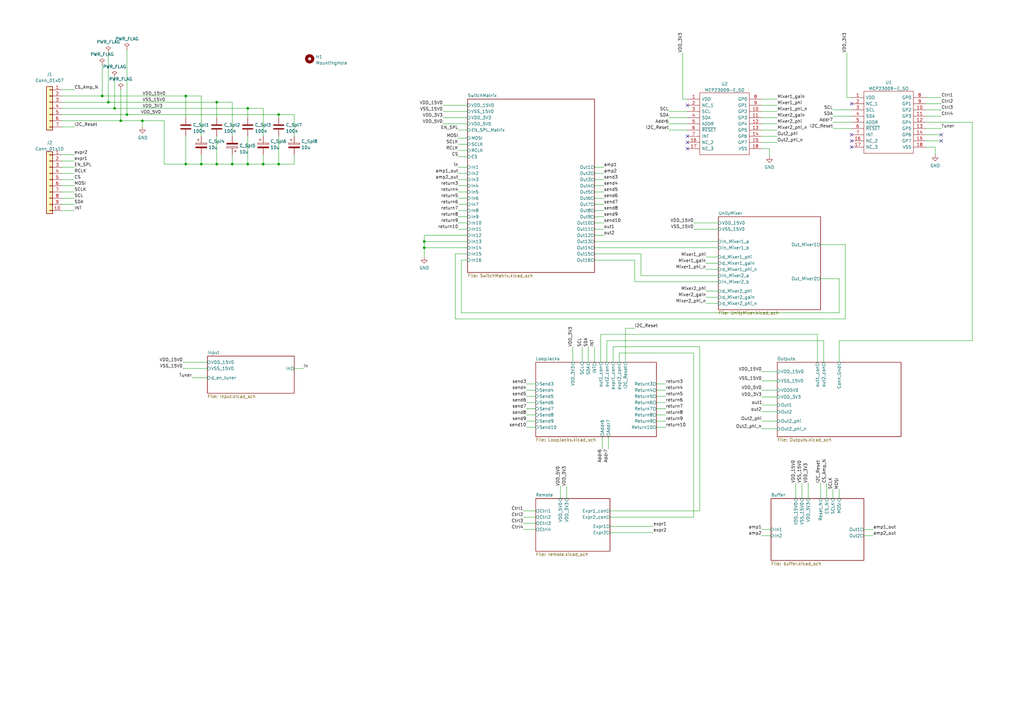
<source format=kicad_sch>
(kicad_sch (version 20211123) (generator eeschema)
  (paper "A3")
  (lib_symbols
    (symbol "Connector_Generic:Conn_01x07" (pin_names (offset 1.016) hide)
      (property "Reference" "J" (at 0 10.16 0))
      (property "Value" "Conn_01x07" (at 0 -10.16 0))
      (symbol "Conn_01x07_1_1"
        (rectangle (start -1.27 -7.493) (end 0 -7.747) (stroke (width 0.1524)))
        (rectangle (start -1.27 -4.953) (end 0 -5.207) (stroke (width 0.1524)))
        (rectangle (start -1.27 -2.413) (end 0 -2.667) (stroke (width 0.1524)))
        (rectangle (start -1.27 0.127) (end 0 -0.127) (stroke (width 0.1524)))
        (rectangle (start -1.27 2.667) (end 0 2.413) (stroke (width 0.1524)))
        (rectangle (start -1.27 5.207) (end 0 4.953) (stroke (width 0.1524)))
        (rectangle (start -1.27 7.747) (end 0 7.493) (stroke (width 0.1524)))
        (rectangle (start -1.27 8.89) (end 1.27 -8.89) (stroke (width 0.254)) (fill (type background)))
        (pin passive line (at -5.08 7.62 0) (length 3.81) (name "Pin_1") (number "1"))
        (pin passive line (at -5.08 5.08 0) (length 3.81) (name "Pin_2") (number "2"))
        (pin passive line (at -5.08 2.54 0) (length 3.81) (name "Pin_3") (number "3"))
        (pin passive line (at -5.08 0 0) (length 3.81) (name "Pin_4") (number "4"))
        (pin passive line (at -5.08 -2.54 0) (length 3.81) (name "Pin_5") (number "5"))
        (pin passive line (at -5.08 -5.08 0) (length 3.81) (name "Pin_6") (number "6"))
        (pin passive line (at -5.08 -7.62 0) (length 3.81) (name "Pin_7") (number "7"))
      )
    )
    (symbol "Connector_Generic:Conn_01x10" (pin_names (offset 1.016) hide)
      (property "Reference" "J" (at 0 12.7 0))
      (property "Value" "Conn_01x10" (at 0 -15.24 0))
      (symbol "Conn_01x10_1_1"
        (rectangle (start -1.27 -12.573) (end 0 -12.827) (stroke (width 0.1524)))
        (rectangle (start -1.27 -10.033) (end 0 -10.287) (stroke (width 0.1524)))
        (rectangle (start -1.27 -7.493) (end 0 -7.747) (stroke (width 0.1524)))
        (rectangle (start -1.27 -4.953) (end 0 -5.207) (stroke (width 0.1524)))
        (rectangle (start -1.27 -2.413) (end 0 -2.667) (stroke (width 0.1524)))
        (rectangle (start -1.27 0.127) (end 0 -0.127) (stroke (width 0.1524)))
        (rectangle (start -1.27 2.667) (end 0 2.413) (stroke (width 0.1524)))
        (rectangle (start -1.27 5.207) (end 0 4.953) (stroke (width 0.1524)))
        (rectangle (start -1.27 7.747) (end 0 7.493) (stroke (width 0.1524)))
        (rectangle (start -1.27 10.287) (end 0 10.033) (stroke (width 0.1524)))
        (rectangle (start -1.27 11.43) (end 1.27 -13.97) (stroke (width 0.254)) (fill (type background)))
        (pin passive line (at -5.08 10.16 0) (length 3.81) (name "Pin_1") (number "1"))
        (pin passive line (at -5.08 -12.7 0) (length 3.81) (name "Pin_10") (number "10"))
        (pin passive line (at -5.08 7.62 0) (length 3.81) (name "Pin_2") (number "2"))
        (pin passive line (at -5.08 5.08 0) (length 3.81) (name "Pin_3") (number "3"))
        (pin passive line (at -5.08 2.54 0) (length 3.81) (name "Pin_4") (number "4"))
        (pin passive line (at -5.08 0 0) (length 3.81) (name "Pin_5") (number "5"))
        (pin passive line (at -5.08 -2.54 0) (length 3.81) (name "Pin_6") (number "6"))
        (pin passive line (at -5.08 -5.08 0) (length 3.81) (name "Pin_7") (number "7"))
        (pin passive line (at -5.08 -7.62 0) (length 3.81) (name "Pin_8") (number "8"))
        (pin passive line (at -5.08 -10.16 0) (length 3.81) (name "Pin_9") (number "9"))
      )
    )
    (symbol "Device:C" (pin_numbers hide) (pin_names (offset 0.254))
      (property "Reference" "C" (at 0.635 2.54 0))
      (property "Value" "C" (at 0.635 -2.54 0))
      (symbol "C_0_1"
        (polyline (pts (xy -2.032 -0.762) (xy 2.032 -0.762)) (stroke (width 0.508)))
        (polyline (pts (xy -2.032 0.762) (xy 2.032 0.762)) (stroke (width 0.508)))
      )
      (symbol "C_1_1"
        (pin passive line (at 0 3.81 270) (length 2.794) (name "~") (number "1"))
        (pin passive line (at 0 -3.81 90) (length 2.794) (name "~") (number "2"))
      )
    )
    (symbol "Device:C_Polarized" (pin_numbers hide) (pin_names (offset 0.254))
      (property "Reference" "C" (at 0.635 2.54 0))
      (property "Value" "C_Polarized" (at 0.635 -2.54 0))
      (symbol "C_Polarized_0_1"
        (rectangle (start -2.286 0.508) (end 2.286 1.016))
        (polyline (pts (xy -1.778 2.286) (xy -0.762 2.286)))
        (polyline (pts (xy -1.27 2.794) (xy -1.27 1.778)))
        (rectangle (start 2.286 -0.508) (end -2.286 -1.016) (fill (type outline)))
      )
      (symbol "C_Polarized_1_1"
        (pin passive line (at 0 3.81 270) (length 2.794) (name "~") (number "1"))
        (pin passive line (at 0 -3.81 90) (length 2.794) (name "~") (number "2"))
      )
    )
    (symbol "Mechanical:MountingHole" (pin_names (offset 1.016))
      (property "Reference" "H" (at 0 5.08 0))
      (property "Value" "MountingHole" (at 0 3.175 0))
      (symbol "MountingHole_0_1"
        (circle (center 0 0) (radius 1.27) (stroke (width 1.27)))
      )
    )
    (symbol "SamacSys_Parts:MCP23009-E_SO" (pin_names (offset 0.762))
      (property "Reference" "IC" (at 26.67 7.62 0))
      (property "Value" "MCP23009-E_SO" (at 26.67 5.08 0))
      (symbol "MCP23009-E_SO_0_0"
        (pin passive line (at 0 0 0) (length 5.08) (name "VDD") (number "1"))
        (pin passive line (at 30.48 -5.08 180) (length 5.08) (name "GP2") (number "10"))
        (pin passive line (at 30.48 -7.62 180) (length 5.08) (name "GP3") (number "11"))
        (pin passive line (at 30.48 -10.16 180) (length 5.08) (name "GP4") (number "12"))
        (pin passive line (at 30.48 -12.7 180) (length 5.08) (name "GP5") (number "13"))
        (pin passive line (at 30.48 -15.24 180) (length 5.08) (name "GP6") (number "14"))
        (pin passive line (at 30.48 -17.78 180) (length 5.08) (name "GP7") (number "15"))
        (pin passive line (at 0 -17.78 0) (length 5.08) (name "NC_2") (number "16"))
        (pin passive line (at 0 -20.32 0) (length 5.08) (name "NC_3") (number "17"))
        (pin passive line (at 30.48 -20.32 180) (length 5.08) (name "VSS") (number "18"))
        (pin passive line (at 0 -2.54 0) (length 5.08) (name "NC_1") (number "2"))
        (pin passive line (at 0 -5.08 0) (length 5.08) (name "SCL") (number "3"))
        (pin passive line (at 0 -7.62 0) (length 5.08) (name "SDA") (number "4"))
        (pin passive line (at 0 -10.16 0) (length 5.08) (name "ADDR") (number "5"))
        (pin passive line (at 0 -12.7 0) (length 5.08) (name "~{RESET}") (number "6"))
        (pin passive line (at 0 -15.24 0) (length 5.08) (name "INT") (number "7"))
        (pin passive line (at 30.48 0 180) (length 5.08) (name "GP0") (number "8"))
        (pin passive line (at 30.48 -2.54 180) (length 5.08) (name "GP1") (number "9"))
      )
      (symbol "MCP23009-E_SO_0_1"
        (polyline (pts (xy 5.08 2.54) (xy 25.4 2.54) (xy 25.4 -22.86) (xy 5.08 -22.86) (xy 5.08 2.54)) (stroke (width 0.1524)))
      )
    )
    (symbol "power:GND" (power) (pin_names (offset 0))
      (property "Value" "GND" (at 0 -3.81 0))
      (symbol "GND_0_1"
        (polyline (pts (xy 0 0) (xy 0 -1.27) (xy 1.27 -1.27) (xy 0 -2.54) (xy -1.27 -1.27) (xy 0 -1.27)))
      )
      (symbol "GND_1_1"
        (pin power_in line (at 0 0 270) (length 0) hide (name "GND") (number "1"))
      )
    )
    (symbol "power:PWR_FLAG" (power) (pin_numbers hide) (pin_names (offset 0) hide)
      (property "Value" "PWR_FLAG" (at 0 3.81 0))
      (symbol "PWR_FLAG_0_0"
        (pin power_out line (at 0 0 90) (length 0) (name "pwr") (number "1"))
      )
      (symbol "PWR_FLAG_0_1"
        (polyline (pts (xy 0 0) (xy 0 1.27) (xy -1.016 1.905) (xy 0 2.54) (xy 1.016 1.905) (xy 0 1.27)))
      )
    )
  )
  (junction (at 76.2 67.31))
  (junction (at 101.6 44.45))
  (junction (at 173.99 99.06))
  (junction (at 114.3 46.99))
  (junction (at 107.95 67.31))
  (junction (at 41.91 39.37))
  (junction (at 88.9 67.31))
  (junction (at 58.42 49.53))
  (junction (at 46.99 44.45))
  (junction (at 76.2 39.37))
  (junction (at 101.6 67.31))
  (junction (at 173.99 101.6))
  (junction (at 95.25 67.31))
  (junction (at 52.07 46.99))
  (junction (at 114.3 67.31))
  (junction (at 44.45 41.91))
  (junction (at 49.53 49.53))
  (junction (at 82.55 67.31))
  (junction (at 88.9 41.91))
  (no_connect (at 281.94 58.42))
  (no_connect (at 281.94 60.96))
  (no_connect (at 281.94 55.88))
  (no_connect (at 386.08 55.245))
  (no_connect (at 386.08 57.785))
  (no_connect (at 349.25 57.785))
  (no_connect (at 349.25 55.245))
  (no_connect (at 349.25 60.325))
  (no_connect (at 281.94 43.18))
  (no_connect (at 349.25 42.545))
  (wire (pts (xy 214.63 209.55) (xy 219.71 209.55)))
  (wire (pts (xy 25.4 73.66) (xy 30.48 73.66)))
  (wire (pts (xy 289.56 124.46) (xy 294.64 124.46)))
  (wire (pts (xy 312.42 60.96) (xy 315.595 60.96)))
  (wire (pts (xy 243.84 91.44) (xy 247.65 91.44)))
  (wire (pts (xy 25.4 66.04) (xy 30.48 66.04)))
  (wire (pts (xy 124.46 151.13) (xy 120.65 151.13)))
  (wire (pts (xy 243.84 93.98) (xy 247.65 93.98)))
  (wire (pts (xy 95.25 63.5) (xy 95.25 67.31)))
  (wire (pts (xy 214.63 212.09) (xy 219.71 212.09)))
  (wire (pts (xy 191.77 45.72) (xy 181.61 45.72)))
  (wire (pts (xy 107.95 67.31) (xy 114.3 67.31)))
  (wire (pts (xy 219.71 167.64) (xy 215.9 167.64)))
  (wire (pts (xy 344.17 128.27) (xy 189.23 128.27)))
  (wire (pts (xy 101.6 44.45) (xy 107.95 44.45)))
  (wire (pts (xy 85.09 154.94) (xy 78.74 154.94)))
  (wire (pts (xy 52.07 20.32) (xy 52.07 46.99)))
  (wire (pts (xy 243.84 81.28) (xy 247.65 81.28)))
  (wire (pts (xy 250.19 212.09) (xy 284.48 212.09)))
  (wire (pts (xy 273.05 165.1) (xy 269.24 165.1)))
  (wire (pts (xy 82.55 39.37) (xy 82.55 55.88)))
  (wire (pts (xy 243.84 96.52) (xy 247.65 96.52)))
  (wire (pts (xy 243.84 83.82) (xy 247.65 83.82)))
  (wire (pts (xy 25.4 68.58) (xy 30.48 68.58)))
  (wire (pts (xy 95.25 67.31) (xy 101.6 67.31)))
  (wire (pts (xy 318.77 58.42) (xy 312.42 58.42)))
  (wire (pts (xy 254 148.59) (xy 254 144.78)))
  (wire (pts (xy 191.77 56.642) (xy 187.96 56.642)))
  (wire (pts (xy 25.4 46.99) (xy 52.07 46.99)))
  (wire (pts (xy 219.71 172.72) (xy 215.9 172.72)))
  (wire (pts (xy 273.05 175.26) (xy 269.24 175.26)))
  (wire (pts (xy 273.05 162.56) (xy 269.24 162.56)))
  (wire (pts (xy 114.3 46.99) (xy 114.3 48.26)))
  (wire (pts (xy 238.76 142.24) (xy 238.76 148.59)))
  (wire (pts (xy 379.73 42.545) (xy 386.08 42.545)))
  (wire (pts (xy 67.31 49.53) (xy 67.31 67.31)))
  (wire (pts (xy 191.77 53.34) (xy 187.96 53.34)))
  (wire (pts (xy 187.96 73.66) (xy 191.77 73.66)))
  (wire (pts (xy 173.99 99.06) (xy 191.77 99.06)))
  (wire (pts (xy 191.77 61.722) (xy 187.96 61.722)))
  (wire (pts (xy 251.46 148.59) (xy 251.46 142.24)))
  (wire (pts (xy 273.05 172.72) (xy 269.24 172.72)))
  (wire (pts (xy 243.84 68.58) (xy 247.65 68.58)))
  (wire (pts (xy 25.4 49.53) (xy 49.53 49.53)))
  (wire (pts (xy 52.07 46.99) (xy 114.3 46.99)))
  (wire (pts (xy 294.64 93.98) (xy 284.48 93.98)))
  (wire (pts (xy 243.84 88.9) (xy 247.65 88.9)))
  (wire (pts (xy 246.38 148.59) (xy 246.38 137.16)))
  (wire (pts (xy 46.99 44.45) (xy 101.6 44.45)))
  (wire (pts (xy 383.54 60.325) (xy 383.54 63.5)))
  (wire (pts (xy 262.89 113.03) (xy 294.64 113.03)))
  (wire (pts (xy 241.3 142.24) (xy 241.3 148.59)))
  (wire (pts (xy 191.77 43.18) (xy 181.61 43.18)))
  (wire (pts (xy 187.96 88.9) (xy 191.77 88.9)))
  (wire (pts (xy 191.77 96.52) (xy 173.99 96.52)))
  (wire (pts (xy 344.17 139.7) (xy 398.78 139.7)))
  (wire (pts (xy 219.71 170.18) (xy 215.9 170.18)))
  (wire (pts (xy 248.92 139.7) (xy 248.92 148.59)))
  (wire (pts (xy 336.55 114.3) (xy 344.17 114.3)))
  (wire (pts (xy 249.555 179.07) (xy 249.555 184.15)))
  (wire (pts (xy 312.42 162.814) (xy 318.77 162.814)))
  (wire (pts (xy 273.05 157.48) (xy 269.24 157.48)))
  (wire (pts (xy 107.95 67.31) (xy 107.95 63.5)))
  (wire (pts (xy 243.84 106.68) (xy 260.35 106.68)))
  (wire (pts (xy 262.89 104.14) (xy 262.89 113.03)))
  (wire (pts (xy 187.96 83.82) (xy 191.77 83.82)))
  (wire (pts (xy 214.63 214.63) (xy 219.71 214.63)))
  (wire (pts (xy 114.3 67.31) (xy 120.65 67.31)))
  (wire (pts (xy 173.99 101.6) (xy 173.99 99.06)))
  (wire (pts (xy 379.73 45.085) (xy 386.08 45.085)))
  (wire (pts (xy 114.3 46.99) (xy 120.65 46.99)))
  (wire (pts (xy 173.99 105.41) (xy 173.99 101.6)))
  (wire (pts (xy 191.77 59.182) (xy 187.96 59.182)))
  (wire (pts (xy 88.9 55.88) (xy 88.9 67.31)))
  (wire (pts (xy 49.53 49.53) (xy 58.42 49.53)))
  (wire (pts (xy 379.73 47.625) (xy 386.08 47.625)))
  (wire (pts (xy 274.32 48.26) (xy 281.94 48.26)))
  (wire (pts (xy 187.96 93.98) (xy 191.77 93.98)))
  (wire (pts (xy 328.93 198.12) (xy 328.93 204.47)))
  (wire (pts (xy 82.55 63.5) (xy 82.55 67.31)))
  (wire (pts (xy 294.64 91.44) (xy 284.48 91.44)))
  (wire (pts (xy 191.77 50.8) (xy 181.61 50.8)))
  (wire (pts (xy 25.4 76.2) (xy 30.48 76.2)))
  (wire (pts (xy 243.84 99.06) (xy 294.64 99.06)))
  (wire (pts (xy 101.6 67.31) (xy 107.95 67.31)))
  (wire (pts (xy 256.54 148.59) (xy 256.54 134.62)))
  (wire (pts (xy 187.96 71.12) (xy 191.77 71.12)))
  (wire (pts (xy 243.84 142.24) (xy 243.84 148.59)))
  (wire (pts (xy 191.77 64.262) (xy 187.96 64.262)))
  (wire (pts (xy 312.42 172.72) (xy 318.77 172.72)))
  (wire (pts (xy 379.73 55.245) (xy 386.08 55.245)))
  (wire (pts (xy 315.595 60.96) (xy 315.595 64.135)))
  (wire (pts (xy 187.96 76.2) (xy 191.77 76.2)))
  (wire (pts (xy 312.42 175.895) (xy 318.77 175.895)))
  (wire (pts (xy 349.25 40.005) (xy 347.345 40.005)))
  (wire (pts (xy 273.05 160.02) (xy 269.24 160.02)))
  (wire (pts (xy 219.71 175.26) (xy 215.9 175.26)))
  (wire (pts (xy 88.9 41.91) (xy 88.9 48.26)))
  (wire (pts (xy 219.71 157.48) (xy 215.9 157.48)))
  (wire (pts (xy 287.02 142.24) (xy 287.02 209.55)))
  (wire (pts (xy 25.4 83.82) (xy 30.48 83.82)))
  (wire (pts (xy 76.2 67.31) (xy 82.55 67.31)))
  (wire (pts (xy 346.71 130.81) (xy 186.69 130.81)))
  (wire (pts (xy 58.42 49.53) (xy 58.42 52.07)))
  (wire (pts (xy 25.4 81.28) (xy 30.48 81.28)))
  (wire (pts (xy 337.82 139.7) (xy 248.92 139.7)))
  (wire (pts (xy 246.38 137.16) (xy 335.28 137.16)))
  (wire (pts (xy 232.41 199.39) (xy 232.41 204.47)))
  (wire (pts (xy 88.9 41.91) (xy 95.25 41.91)))
  (wire (pts (xy 336.55 198.12) (xy 336.55 204.47)))
  (wire (pts (xy 318.77 45.72) (xy 312.42 45.72)))
  (wire (pts (xy 339.09 204.47) (xy 339.09 198.12)))
  (wire (pts (xy 25.4 78.74) (xy 30.48 78.74)))
  (wire (pts (xy 379.73 52.705) (xy 386.08 52.705)))
  (wire (pts (xy 312.42 40.64) (xy 318.77 40.64)))
  (wire (pts (xy 280.035 21.59) (xy 280.035 40.64)))
  (wire (pts (xy 107.95 44.45) (xy 107.95 55.88)))
  (wire (pts (xy 25.4 41.91) (xy 44.45 41.91)))
  (wire (pts (xy 358.14 219.71) (xy 354.33 219.71)))
  (wire (pts (xy 312.42 152.4) (xy 318.77 152.4)))
  (wire (pts (xy 76.2 55.88) (xy 76.2 67.31)))
  (wire (pts (xy 229.87 199.39) (xy 229.87 204.47)))
  (wire (pts (xy 120.65 67.31) (xy 120.65 63.5)))
  (wire (pts (xy 316.23 217.17) (xy 312.42 217.17)))
  (wire (pts (xy 347.345 21.59) (xy 347.345 40.005)))
  (wire (pts (xy 260.35 106.68) (xy 260.35 115.57)))
  (wire (pts (xy 341.63 47.625) (xy 349.25 47.625)))
  (wire (pts (xy 76.2 39.37) (xy 76.2 48.26)))
  (wire (pts (xy 82.55 67.31) (xy 88.9 67.31)))
  (wire (pts (xy 260.35 115.57) (xy 294.64 115.57)))
  (wire (pts (xy 101.6 55.88) (xy 101.6 67.31)))
  (wire (pts (xy 243.84 104.14) (xy 262.89 104.14)))
  (wire (pts (xy 336.55 100.33) (xy 346.71 100.33)))
  (wire (pts (xy 25.4 63.5) (xy 30.48 63.5)))
  (wire (pts (xy 219.71 160.02) (xy 215.9 160.02)))
  (wire (pts (xy 289.56 121.92) (xy 294.64 121.92)))
  (wire (pts (xy 187.96 86.36) (xy 191.77 86.36)))
  (wire (pts (xy 101.6 44.45) (xy 101.6 48.26)))
  (wire (pts (xy 289.56 119.38) (xy 294.64 119.38)))
  (wire (pts (xy 326.39 198.12) (xy 326.39 204.47)))
  (wire (pts (xy 273.05 170.18) (xy 269.24 170.18)))
  (wire (pts (xy 41.91 39.37) (xy 76.2 39.37)))
  (wire (pts (xy 114.3 55.88) (xy 114.3 67.31)))
  (wire (pts (xy 243.84 76.2) (xy 247.65 76.2)))
  (wire (pts (xy 344.17 204.47) (xy 344.17 200.66)))
  (wire (pts (xy 25.4 39.37) (xy 41.91 39.37)))
  (wire (pts (xy 250.19 218.44) (xy 267.97 218.44)))
  (wire (pts (xy 379.73 50.165) (xy 398.78 50.165)))
  (wire (pts (xy 344.17 114.3) (xy 344.17 128.27)))
  (wire (pts (xy 44.45 41.91) (xy 88.9 41.91)))
  (wire (pts (xy 173.99 96.52) (xy 173.99 99.06)))
  (wire (pts (xy 247.015 179.07) (xy 247.015 184.15)))
  (wire (pts (xy 219.71 162.56) (xy 215.9 162.56)))
  (wire (pts (xy 273.05 167.64) (xy 269.24 167.64)))
  (wire (pts (xy 85.09 151.13) (xy 74.93 151.13)))
  (wire (pts (xy 312.42 50.8) (xy 318.77 50.8)))
  (wire (pts (xy 219.71 165.1) (xy 215.9 165.1)))
  (wire (pts (xy 44.45 21.59) (xy 44.45 41.91)))
  (wire (pts (xy 187.96 81.28) (xy 191.77 81.28)))
  (wire (pts (xy 25.4 71.12) (xy 30.48 71.12)))
  (wire (pts (xy 289.56 107.95) (xy 294.64 107.95)))
  (wire (pts (xy 341.63 52.705) (xy 349.25 52.705)))
  (wire (pts (xy 187.96 91.44) (xy 191.77 91.44)))
  (wire (pts (xy 312.42 156.21) (xy 318.77 156.21)))
  (wire (pts (xy 76.2 39.37) (xy 82.55 39.37)))
  (wire (pts (xy 274.32 50.8) (xy 281.94 50.8)))
  (wire (pts (xy 256.54 134.62) (xy 260.35 134.62)))
  (wire (pts (xy 186.69 130.81) (xy 186.69 104.14)))
  (wire (pts (xy 274.32 45.72) (xy 281.94 45.72)))
  (wire (pts (xy 25.4 36.83) (xy 30.48 36.83)))
  (wire (pts (xy 187.96 68.58) (xy 191.77 68.58)))
  (wire (pts (xy 41.91 26.67) (xy 41.91 39.37)))
  (wire (pts (xy 358.14 217.17) (xy 354.33 217.17)))
  (wire (pts (xy 250.19 209.55) (xy 287.02 209.55)))
  (wire (pts (xy 189.23 128.27) (xy 189.23 106.68)))
  (wire (pts (xy 49.53 36.83) (xy 49.53 49.53)))
  (wire (pts (xy 289.56 110.49) (xy 294.64 110.49)))
  (wire (pts (xy 341.63 204.47) (xy 341.63 200.66)))
  (wire (pts (xy 243.84 101.6) (xy 294.64 101.6)))
  (wire (pts (xy 243.84 86.36) (xy 247.65 86.36)))
  (wire (pts (xy 191.77 48.26) (xy 181.61 48.26)))
  (wire (pts (xy 331.47 198.12) (xy 331.47 204.47)))
  (wire (pts (xy 186.69 104.14) (xy 191.77 104.14)))
  (wire (pts (xy 173.99 101.6) (xy 191.77 101.6)))
  (wire (pts (xy 243.84 73.66) (xy 247.65 73.66)))
  (wire (pts (xy 214.63 217.17) (xy 219.71 217.17)))
  (wire (pts (xy 312.42 55.88) (xy 318.77 55.88)))
  (wire (pts (xy 25.4 44.45) (xy 46.99 44.45)))
  (wire (pts (xy 312.42 48.26) (xy 318.77 48.26)))
  (wire (pts (xy 46.99 31.75) (xy 46.99 44.45)))
  (wire (pts (xy 312.674 166.116) (xy 318.77 166.116)))
  (wire (pts (xy 274.32 53.34) (xy 281.94 53.34)))
  (wire (pts (xy 318.77 53.34) (xy 312.42 53.34)))
  (wire (pts (xy 25.4 52.07) (xy 30.48 52.07)))
  (wire (pts (xy 95.25 41.91) (xy 95.25 55.88)))
  (wire (pts (xy 254 144.78) (xy 284.48 144.78)))
  (wire (pts (xy 88.9 67.31) (xy 95.25 67.31)))
  (wire (pts (xy 341.63 45.085) (xy 349.25 45.085)))
  (wire (pts (xy 284.48 144.78) (xy 284.48 212.09)))
  (wire (pts (xy 243.84 78.74) (xy 247.65 78.74)))
  (wire (pts (xy 251.46 142.24) (xy 287.02 142.24)))
  (wire (pts (xy 58.42 49.53) (xy 67.31 49.53)))
  (wire (pts (xy 337.82 148.59) (xy 337.82 139.7)))
  (wire (pts (xy 379.73 40.005) (xy 386.08 40.005)))
  (wire (pts (xy 346.71 100.33) (xy 346.71 130.81)))
  (wire (pts (xy 187.96 78.74) (xy 191.77 78.74)))
  (wire (pts (xy 120.65 46.99) (xy 120.65 55.88)))
  (wire (pts (xy 234.95 142.24) (xy 234.95 148.59)))
  (wire (pts (xy 316.23 219.71) (xy 312.42 219.71)))
  (wire (pts (xy 67.31 67.31) (xy 76.2 67.31)))
  (wire (pts (xy 189.23 106.68) (xy 191.77 106.68)))
  (wire (pts (xy 250.19 215.9) (xy 267.97 215.9)))
  (wire (pts (xy 85.09 148.59) (xy 74.93 148.59)))
  (wire (pts (xy 289.56 105.41) (xy 294.64 105.41)))
  (wire (pts (xy 312.42 160.02) (xy 318.77 160.02)))
  (wire (pts (xy 335.28 137.16) (xy 335.28 148.59)))
  (wire (pts (xy 341.63 50.165) (xy 349.25 50.165)))
  (wire (pts (xy 379.73 57.785) (xy 386.08 57.785)))
  (wire (pts (xy 379.73 60.325) (xy 383.54 60.325)))
  (wire (pts (xy 243.84 71.12) (xy 247.65 71.12)))
  (wire (pts (xy 312.42 43.18) (xy 318.77 43.18)))
  (wire (pts (xy 312.42 168.91) (xy 318.77 168.91)))
  (wire (pts (xy 25.4 86.36) (xy 30.48 86.36)))
  (wire (pts (xy 398.78 50.165) (xy 398.78 139.7)))
  (wire (pts (xy 344.17 148.59) (xy 344.17 139.7)))
  (wire (pts (xy 280.035 40.64) (xy 281.94 40.64)))
  (label "INT" (at 30.48 86.36 0))
  (label "return5" (at 187.96 81.28 180))
  (label "return5" (at 273.05 162.56 0))
  (label "Mixer2_phi" (at 318.77 50.8 0))
  (label "send8" (at 215.9 170.18 180))
  (label "expr1" (at 267.97 215.9 0))
  (label "SCLK" (at 187.96 59.182 180))
  (label "Mixer1_gain" (at 318.77 40.64 0))
  (label "send9" (at 247.65 88.9 0))
  (label "Mixer1_gain" (at 289.56 107.95 180))
  (label "EN_SPL" (at 187.96 53.34 180))
  (label "amp1_out" (at 358.14 217.17 0))
  (label "SDA" (at 274.32 48.26 180))
  (label "VSS_15V0" (at 58.42 41.91 0))
  (label "CS_Amp_N" (at 339.09 198.12 90))
  (label "amp2" (at 312.42 219.71 180))
  (label "send6" (at 247.65 81.28 0))
  (label "Out2_phi" (at 318.77 55.88 0))
  (label "VDD_15V0" (at 326.39 198.12 90))
  (label "out2" (at 312.42 168.91 180))
  (label "VDD_15V0" (at 74.93 148.59 180))
  (label "send4" (at 215.9 160.02 180))
  (label "SDA" (at 30.48 83.82 0))
  (label "SDA" (at 241.3 142.24 90))
  (label "Mixer2_phi" (at 289.56 119.38 180))
  (label "send8" (at 247.65 86.36 0))
  (label "CS" (at 30.48 73.66 0))
  (label "Ctrl3" (at 214.63 214.63 180))
  (label "send5" (at 215.9 162.56 180))
  (label "SCL" (at 238.76 142.24 90))
  (label "VDD_3V3" (at 312.42 162.814 180))
  (label "expr1" (at 30.48 66.04 0))
  (label "VSS_15V0" (at 312.42 156.21 180))
  (label "VSS_15V0" (at 328.93 198.12 90))
  (label "VSS_15V0" (at 181.61 45.72 180))
  (label "amp1_out" (at 187.96 71.12 180))
  (label "SCLK" (at 30.48 78.74 0))
  (label "VDD_3V3" (at 280.035 21.59 90))
  (label "Addr7" (at 249.555 184.15 270))
  (label "return10" (at 187.96 93.98 180))
  (label "return4" (at 273.05 160.02 0))
  (label "amp1" (at 247.65 68.58 0))
  (label "CS_Amp_N" (at 30.48 36.83 0))
  (label "VDD_3V3" (at 234.95 142.24 90))
  (label "send3" (at 215.9 157.48 180))
  (label "VDD_5V0" (at 312.42 160.02 180))
  (label "out2" (at 247.65 96.52 0))
  (label "return3" (at 273.05 157.48 0))
  (label "Out2_phi_n" (at 318.77 58.42 0))
  (label "send6" (at 215.9 165.1 180))
  (label "INT" (at 243.84 142.24 90))
  (label "Mixer2_phi_n" (at 289.56 124.46 180))
  (label "Addr7" (at 341.63 50.165 180))
  (label "Tuner" (at 386.08 52.705 0))
  (label "VDD_5V0" (at 229.87 199.39 90))
  (label "Ctrl1" (at 386.08 40.005 0))
  (label "expr2" (at 267.97 218.44 0))
  (label "Tuner" (at 78.74 154.94 180))
  (label "return6" (at 187.96 83.82 180))
  (label "Ctrl3" (at 386.08 45.085 0))
  (label "amp2_out" (at 358.14 219.71 0))
  (label "Mixer2_phi_n" (at 318.77 53.34 0))
  (label "send5" (at 247.65 78.74 0))
  (label "out1" (at 312.674 166.116 180))
  (label "return7" (at 273.05 167.64 0))
  (label "SCLK" (at 341.63 200.66 90))
  (label "VDD_3V3" (at 331.47 198.12 90))
  (label "MOSI" (at 344.17 200.66 90))
  (label "SDA" (at 341.63 47.625 180))
  (label "Mixer2_gain" (at 289.56 121.92 180))
  (label "I2C_Reset" (at 336.55 198.12 90))
  (label "VDD_5V0" (at 181.61 50.8 180))
  (label "out1" (at 247.65 93.98 0))
  (label "RCLK" (at 187.96 61.722 180))
  (label "send7" (at 215.9 167.64 180))
  (label "return10" (at 273.05 175.26 0))
  (label "Mixer1_phi_n" (at 318.77 45.72 0))
  (label "Ctrl4" (at 214.63 217.17 180))
  (label "send7" (at 247.65 83.82 0))
  (label "Mixer1_phi" (at 289.56 105.41 180))
  (label "EN_SPL" (at 30.48 68.58 0))
  (label "VDD_5V0" (at 66.04 46.99 180))
  (label "Mixer2_gain" (at 318.77 48.26 0))
  (label "return7" (at 187.96 86.36 180))
  (label "Ctrl4" (at 386.08 47.625 0))
  (label "send10" (at 247.65 91.44 0))
  (label "Ctrl2" (at 386.08 42.545 0))
  (label "MOSI" (at 30.48 76.2 0))
  (label "VDD_15V0" (at 181.61 43.18 180))
  (label "Mixer1_phi" (at 318.77 43.18 0))
  (label "VDD_15V0" (at 284.48 91.44 180))
  (label "Out2_phi_n" (at 312.42 175.895 180))
  (label "send4" (at 247.65 76.2 0))
  (label "MOSI" (at 187.96 56.642 180))
  (label "return9" (at 273.05 172.72 0))
  (label "VDD_3V3" (at 58.42 44.45 0))
  (label "SCL" (at 30.48 81.28 0))
  (label "VSS_15V0" (at 74.93 151.13 180))
  (label "Ctrl2" (at 214.63 212.09 180))
  (label "in" (at 187.96 68.58 180))
  (label "I2C_Reset" (at 260.35 134.62 0))
  (label "return6" (at 273.05 165.1 0))
  (label "VDD_3V3" (at 347.345 21.59 90))
  (label "Mixer1_phi_n" (at 289.56 110.49 180))
  (label "Addr6" (at 247.015 184.15 270))
  (label "send9" (at 215.9 172.72 180))
  (label "amp2_out" (at 187.96 73.66 180))
  (label "send10" (at 215.9 175.26 180))
  (label "return8" (at 187.96 88.9 180))
  (label "SCL" (at 341.63 45.085 180))
  (label "RCLK" (at 30.48 71.12 0))
  (label "in" (at 124.46 151.13 0))
  (label "Ctrl1" (at 214.63 209.55 180))
  (label "return9" (at 187.96 91.44 180))
  (label "Out2_phi" (at 312.42 172.72 180))
  (label "VDD_3V3" (at 181.61 48.26 180))
  (label "expr2" (at 30.48 63.5 0))
  (label "VDD_15V0" (at 312.42 152.4 180))
  (label "I2C_Reset" (at 341.63 52.705 180))
  (label "Addr6" (at 274.32 50.8 180))
  (label "VDD_15V0" (at 58.42 39.37 0))
  (label "send3" (at 247.65 73.66 0))
  (label "return4" (at 187.96 78.74 180))
  (label "VDD_3V3" (at 232.41 199.39 90))
  (label "I2C_Reset" (at 274.32 53.34 180))
  (label "return8" (at 273.05 170.18 0))
  (label "VSS_15V0" (at 284.48 93.98 180))
  (label "amp2" (at 247.65 71.12 0))
  (label "I2C_Reset" (at 30.48 52.07 0))
  (label "return3" (at 187.96 76.2 180))
  (label "amp1" (at 312.42 217.17 180))
  (label "CS" (at 187.96 64.262 180))
  (label "SCL" (at 274.32 45.72 180))
  (symbol (lib_id "power:GND") (at 58.42 52.07 0) (unit 1)
    (property "Reference" "#PWR0125" (effects hide))
    (property "Value" "GND" (at 58.547 56.4642 0))
  )
  (symbol (lib_id "power:PWR_FLAG") (at 41.91 26.67 0) (unit 1)
    (property "Reference" "#FLG0101" (effects hide))
    (property "Value" "PWR_FLAG" (at 41.91 22.2758 0))
  )
  (symbol (lib_id "power:PWR_FLAG") (at 44.45 21.59 0) (unit 1)
    (property "Reference" "#FLG0102" (effects hide))
    (property "Value" "PWR_FLAG" (at 44.45 17.1958 0))
  )
  (symbol (lib_id "power:PWR_FLAG") (at 46.99 31.75 0) (unit 1)
    (property "Reference" "#FLG0103" (effects hide))
    (property "Value" "PWR_FLAG" (at 46.99 27.3558 0))
  )
  (symbol (lib_id "power:PWR_FLAG") (at 49.53 36.83 0) (unit 1)
    (property "Reference" "#FLG0104" (effects hide))
    (property "Value" "PWR_FLAG" (at 49.53 32.4358 0))
  )
  (symbol (lib_id "power:GND") (at 383.54 63.5 0) (unit 1)
    (property "Reference" "#PWR076" (effects hide))
    (property "Value" "GND" (at 383.54 67.9434 0))
  )
  (symbol (lib_id "Device:C_Polarized") (at 120.65 59.69 0) (unit 1)
    (property "Reference" "C_Spl8" (at 123.571 57.9663 0) (effects (justify left)))
    (property "Value" "10u" (at 123.571 60.5032 0) (effects (justify left)))
    (property "Footprint" "Capacitor_SMD:C_Elec_4x5.4" (effects hide))
  )
  (symbol (lib_id "Connector_Generic:Conn_01x10") (at 20.32 73.66 0) (mirror y) (unit 1)
    (property "Reference" "J2" (at 20.32 58.5302 0))
    (property "Value" "Conn_01x10" (at 20.32 61.0671 0))
    (property "Footprint" "Connector_JST:JST_PH_B10B-PH-K_1x10_P2.00mm_Vertical" (effects hide))
  )
  (symbol (lib_id "Device:C") (at 76.2 52.07 0) (unit 1)
    (property "Reference" "C_Spl1" (at 79.121 51.2353 0) (effects (justify left)))
    (property "Value" "100n" (at 79.121 53.7722 0) (effects (justify left)))
    (property "Footprint" "Capacitor_SMD:C_1206_3216Metric_Pad1.33x1.80mm_HandSolder" (effects hide))
  )
  (symbol (lib_id "SamacSys_Parts:MCP23009-E_SO") (at 281.94 40.64 0) (unit 1)
    (property "Reference" "U2" (at 297.18 34.451 0))
    (property "Value" "MCP23009-E_SO" (at 297.18 36.9879 0))
    (property "Footprint" "SamacSys_Parts:SOIC127P1030X265-18N" (effects hide))
    (property "Datasheet" "http://ww1.microchip.com/downloads/en/DeviceDoc/20002121C.pdf" (effects hide))
    (property "Description" "8-bit Input/Output Expander, I2C" (effects hide))
    (property "Height" "2.65" (effects hide))
    (property "Manufacturer_Name" "Microchip" (effects hide))
    (property "Manufacturer_Part_Number" "MCP23009-E/SO" (effects hide))
    (property "Mouser Part Number" "579-MCP23009-E/SO" (effects hide))
    (property "Mouser Price/Stock" "https://www.mouser.co.uk/ProductDetail/Microchip-Technology/MCP23009-E-SO?qs=WqWCsLCZBkrVROuSvxwQ1Q%3D%3D" (effects hide))
    (property "Arrow Part Number" "MCP23009-E/SO" (effects hide))
    (property "Arrow Price/Stock" "https://www.arrow.com/en/products/mcp23009-eso/microchip-technology?region=nac" (effects hide))
  )
  (symbol (lib_id "Device:C") (at 114.3 52.07 0) (unit 1)
    (property "Reference" "C_Spl7" (at 117.221 51.2353 0) (effects (justify left)))
    (property "Value" "100n" (at 117.221 53.7722 0) (effects (justify left)))
    (property "Footprint" "Capacitor_SMD:C_1206_3216Metric_Pad1.33x1.80mm_HandSolder" (effects hide))
  )
  (symbol (lib_id "Device:C") (at 88.9 52.07 0) (unit 1)
    (property "Reference" "C_Spl2" (at 91.821 51.2353 0) (effects (justify left)))
    (property "Value" "100n" (at 91.821 53.7722 0) (effects (justify left)))
    (property "Footprint" "Capacitor_SMD:C_1206_3216Metric_Pad1.33x1.80mm_HandSolder" (effects hide))
  )
  (symbol (lib_id "power:GND") (at 173.99 105.41 0) (unit 1)
    (property "Reference" "#PWR013" (effects hide))
    (property "Value" "GND" (at 173.99 109.8534 0))
  )
  (symbol (lib_id "Device:C") (at 101.6 52.07 0) (unit 1)
    (property "Reference" "C_Spl3" (at 104.521 51.2353 0) (effects (justify left)))
    (property "Value" "100n" (at 104.521 53.7722 0) (effects (justify left)))
    (property "Footprint" "Capacitor_SMD:C_1206_3216Metric_Pad1.33x1.80mm_HandSolder" (effects hide))
  )
  (symbol (lib_id "power:GND") (at 315.595 64.135 0) (unit 1)
    (property "Reference" "#PWR014" (effects hide))
    (property "Value" "GND" (at 315.595 68.5784 0))
  )
  (symbol (lib_id "power:PWR_FLAG") (at 52.07 20.32 0) (unit 1)
    (property "Reference" "#FLG01" (effects hide))
    (property "Value" "PWR_FLAG" (at 52.07 15.9258 0))
  )
  (symbol (lib_id "SamacSys_Parts:MCP23009-E_SO") (at 349.25 40.005 0) (unit 1)
    (property "Reference" "U1" (at 364.49 33.816 0))
    (property "Value" "MCP23009-E_SO" (at 364.49 36.3529 0))
    (property "Footprint" "SamacSys_Parts:SOIC127P1030X265-18N" (effects hide))
    (property "Datasheet" "http://ww1.microchip.com/downloads/en/DeviceDoc/20002121C.pdf" (effects hide))
    (property "Description" "8-bit Input/Output Expander, I2C" (effects hide))
    (property "Height" "2.65" (effects hide))
    (property "Manufacturer_Name" "Microchip" (effects hide))
    (property "Manufacturer_Part_Number" "MCP23009-E/SO" (effects hide))
    (property "Mouser Part Number" "579-MCP23009-E/SO" (effects hide))
    (property "Mouser Price/Stock" "https://www.mouser.co.uk/ProductDetail/Microchip-Technology/MCP23009-E-SO?qs=WqWCsLCZBkrVROuSvxwQ1Q%3D%3D" (effects hide))
    (property "Arrow Part Number" "MCP23009-E/SO" (effects hide))
    (property "Arrow Price/Stock" "https://www.arrow.com/en/products/mcp23009-eso/microchip-technology?region=nac" (effects hide))
  )
  (symbol (lib_id "Device:C_Polarized") (at 95.25 59.69 180) (unit 1)
    (property "Reference" "C_Spl5" (at 98.171 59.7443 0) (effects (justify right)))
    (property "Value" "10u" (at 98.171 62.2812 0) (effects (justify right)))
    (property "Footprint" "Capacitor_SMD:C_Elec_4x5.4" (effects hide))
  )
  (symbol (lib_id "Device:C_Polarized") (at 107.95 59.69 0) (unit 1)
    (property "Reference" "C_Spl6" (at 110.871 57.9663 0) (effects (justify left)))
    (property "Value" "10u" (at 110.871 60.5032 0) (effects (justify left)))
    (property "Footprint" "Capacitor_SMD:C_Elec_4x5.4" (effects hide))
  )
  (symbol (lib_id "Connector_Generic:Conn_01x07") (at 20.32 44.45 0) (mirror y) (unit 1)
    (property "Reference" "J1" (at 20.32 30.48 0))
    (property "Value" "Conn_01x07" (at 20.32 33.02 0))
    (property "Footprint" "Connector_JST:JST_PH_B7B-PH-K_1x07_P2.00mm_Vertical" (effects hide))
  )
  (symbol (lib_id "Mechanical:MountingHole") (at 127 24.13 0) (unit 1)
    (property "Reference" "H1" (at 129.54 23.2953 0) (effects (justify left)))
    (property "Value" "MountingHole" (at 129.54 25.8322 0) (effects (justify left)))
    (property "Footprint" "MountingHole:MountingHole_3.2mm_M3" (effects hide))
  )
  (symbol (lib_id "Device:C_Polarized") (at 82.55 59.69 0) (unit 1)
    (property "Reference" "C_Spl4" (at 85.471 57.9663 0) (effects (justify left)))
    (property "Value" "10u" (at 85.471 60.5032 0) (effects (justify left)))
    (property "Footprint" "Capacitor_SMD:C_Elec_4x5.4" (effects hide))
  )
  (sheet (at 191.77 40.64) (size 52.07 71.12)
    (property "Sheet name" "SwitchMatrix" (at 191.77 39.9284 0) (effects (justify left bottom)))
    (property "Sheet file" "SwitchMatrix.kicad_sch" (at 191.77 112.3446 0) (effects (justify left top)))
    (pin "In1" input (at 191.77 68.58 180))
    (pin "In2" input (at 191.77 71.12 180))
    (pin "In3" input (at 191.77 73.66 180))
    (pin "In4" input (at 191.77 76.2 180))
    (pin "In5" input (at 191.77 78.74 180))
    (pin "In6" input (at 191.77 81.28 180))
    (pin "In7" input (at 191.77 83.82 180))
    (pin "In8" input (at 191.77 86.36 180))
    (pin "In9" input (at 191.77 88.9 180))
    (pin "In10" input (at 191.77 91.44 180))
    (pin "In11" input (at 191.77 93.98 180))
    (pin "In12" input (at 191.77 96.52 180))
    (pin "In13" input (at 191.77 99.06 180))
    (pin "In14" input (at 191.77 101.6 180))
    (pin "In15" input (at 191.77 104.14 180))
    (pin "In16" input (at 191.77 106.68 180))
    (pin "VDD_15V0" input (at 191.77 43.18 180))
    (pin "VSS_15V0" input (at 191.77 45.72 180))
    (pin "Out1" output (at 243.84 68.58 0))
    (pin "Out2" output (at 243.84 71.12 0))
    (pin "Out3" output (at 243.84 73.66 0))
    (pin "Out4" output (at 243.84 76.2 0))
    (pin "Out5" output (at 243.84 78.74 0))
    (pin "Out6" output (at 243.84 81.28 0))
    (pin "Out7" output (at 243.84 83.82 0))
    (pin "Out8" output (at 243.84 86.36 0))
    (pin "Out11" output (at 243.84 93.98 0))
    (pin "Out12" output (at 243.84 96.52 0))
    (pin "Out13" output (at 243.84 99.06 0))
    (pin "Out14" output (at 243.84 101.6 0))
    (pin "Out15" output (at 243.84 104.14 0))
    (pin "Out16" output (at 243.84 106.68 0))
    (pin "Out10" output (at 243.84 91.44 0))
    (pin "Out9" output (at 243.84 88.9 0))
    (pin "VDD_3V3" input (at 191.77 48.26 180))
    (pin "VDD_5V0" input (at 191.77 50.8 180))
    (pin "MOSI" input (at 191.77 56.642 180))
    (pin "SCLK" input (at 191.77 59.182 180))
    (pin "RCLK" input (at 191.77 61.722 180))
    (pin "CS" input (at 191.77 64.262 180))
    (pin "EN_SPL_Matrix" input (at 191.77 53.34 180))
  )
  (sheet (at 294.64 88.9) (size 41.91 38.1)
    (property "Sheet name" "UnityMixer" (at 294.64 88.1884 0) (effects (justify left bottom)))
    (property "Sheet file" "UnityMixer.kicad_sch" (at 294.64 127.5846 0) (effects (justify left top)))
    (pin "VDD_15V0" input (at 294.64 91.44 180))
    (pin "VSS_15V0" input (at 294.64 93.98 180))
    (pin "In_Mixer1_a" input (at 294.64 99.06 180))
    (pin "In_Mixer1_b" input (at 294.64 101.6 180))
    (pin "Out_Mixer1" output (at 336.55 100.33 0))
    (pin "d_Mixer1_phi" input (at 294.64 105.41 180))
    (pin "d_Mixer1_gain" input (at 294.64 107.95 180))
    (pin "Out_Mixer2" output (at 336.55 114.3 0))
    (pin "In_Mixer2_a" input (at 294.64 113.03 180))
    (pin "In_Mixer2_b" input (at 294.64 115.57 180))
    (pin "d_Mixer2_gain" input (at 294.64 121.92 180))
    (pin "d_Mixer2_phi" input (at 294.64 119.38 180))
    (pin "d_Mixer2_phi_n" input (at 294.64 124.46 180))
    (pin "d_Mixer1_phi_n" input (at 294.64 110.49 180))
  )
  (sheet (at 219.71 148.59) (size 49.53 30.48)
    (property "Sheet name" "LoopJacks" (at 219.71 147.8784 0) (effects (justify left bottom)))
    (property "Sheet file" "LoopJacks.kicad_sch" (at 219.71 179.6546 0) (effects (justify left top)))
    (pin "Send3" input (at 219.71 157.48 180))
    (pin "Send4" input (at 219.71 160.02 180))
    (pin "Send5" input (at 219.71 162.56 180))
    (pin "Send6" input (at 219.71 165.1 180))
    (pin "Send7" input (at 219.71 167.64 180))
    (pin "Send8" input (at 219.71 170.18 180))
    (pin "Send9" input (at 219.71 172.72 180))
    (pin "Send10" input (at 219.71 175.26 180))
    (pin "Return3" output (at 269.24 157.48 0))
    (pin "Return4" output (at 269.24 160.02 0))
    (pin "Return5" output (at 269.24 162.56 0))
    (pin "Return6" output (at 269.24 165.1 0))
    (pin "Return7" output (at 269.24 167.64 0))
    (pin "Return8" output (at 269.24 170.18 0))
    (pin "Return9" output (at 269.24 172.72 0))
    (pin "Return10" output (at 269.24 175.26 0))
    (pin "VDD_3V3" input (at 234.95 148.59 90))
    (pin "SCL" input (at 238.76 148.59 90))
    (pin "SDA" input (at 241.3 148.59 90))
    (pin "out1_con" input (at 246.38 148.59 90))
    (pin "out2_con" input (at 248.92 148.59 90))
    (pin "INT" output (at 243.84 148.59 90))
    (pin "expr1_con" input (at 251.46 148.59 90))
    (pin "expr2_con" input (at 254 148.59 90))
    (pin "I2C_Reset" input (at 256.54 148.59 90))
    (pin "Addr6" output (at 247.015 179.07 270))
    (pin "Addr7" output (at 249.555 179.07 270))
  )
  (sheet (at 318.77 148.59) (size 50.8 30.48)
    (property "Sheet name" "Outputs" (at 318.77 147.8784 0) (effects (justify left bottom)))
    (property "Sheet file" "Outputs.kicad_sch" (at 318.77 179.6546 0) (effects (justify left top)))
    (pin "VDD_15V0" input (at 318.77 152.4 180))
    (pin "VSS_15V0" input (at 318.77 156.21 180))
    (pin "Out1" input (at 318.77 166.116 180))
    (pin "Out2_phi" input (at 318.77 172.72 180))
    (pin "Out2" input (at 318.77 168.91 180))
    (pin "out2_con" output (at 337.82 148.59 90))
    (pin "out1_con" output (at 335.28 148.59 90))
    (pin "Conn_Gnd" input (at 344.17 148.59 90))
    (pin "Out2_phi_n" input (at 318.77 175.895 180))
    (pin "VDD5V0" input (at 318.77 160.02 180))
    (pin "VDD_3V3" input (at 318.77 162.814 180))
  )
  (sheet (at 85.09 146.05) (size 35.56 15.24) (stroke (width 0.1524))
    (property "Sheet name" "Input" (at 85.09 145.3384 0) (effects (justify left bottom)))
    (property "Sheet file" "Input.kicad_sch" (at 85.09 161.8746 0) (effects (justify left top)))
    (pin "In" output (at 120.65 151.13 0))
    (pin "VSS_15V0" input (at 85.09 151.13 180))
    (pin "VDD_15V0" input (at 85.09 148.59 180))
    (pin "d_en_tuner" input (at 85.09 154.94 180))
  )
  (sheet (at 316.23 204.47) (size 38.1 25.4) (stroke (width 0.1524))
    (property "Sheet name" "Buffer" (at 316.23 203.7584 0) (effects (justify left bottom)))
    (property "Sheet file" "buffer.kicad_sch" (at 316.23 230.4546 0) (effects (justify left top)))
    (pin "VDD_15V0" input (at 326.39 204.47 90))
    (pin "VSS_15V0" input (at 328.93 204.47 90))
    (pin "VDD_3V3" input (at 331.47 204.47 90))
    (pin "Reset_N" input (at 336.55 204.47 90))
    (pin "CS_N" input (at 339.09 204.47 90))
    (pin "SCLK" input (at 341.63 204.47 90))
    (pin "MOSI" input (at 344.17 204.47 90))
    (pin "Out2" output (at 354.33 219.71 0))
    (pin "In1" input (at 316.23 217.17 180))
    (pin "Out1" output (at 354.33 217.17 0))
    (pin "In2" input (at 316.23 219.71 180))
  )
  (sheet (at 219.71 204.47) (size 30.48 21.59) (stroke (width 0.1524))
    (property "Sheet name" "Remote" (at 219.71 203.7584 0) (effects (justify left bottom)))
    (property "Sheet file" "remote.kicad_sch" (at 219.71 226.6446 0) (effects (justify left top)))
    (pin "VDD_5V0" input (at 229.87 204.47 90))
    (pin "Ctrl1" output (at 219.71 209.55 180))
    (pin "Expr1" output (at 250.19 215.9 0))
    (pin "VDD_3V3" input (at 232.41 204.47 90))
    (pin "Expr1_con" output (at 250.19 209.55 0))
    (pin "Expr2_con" output (at 250.19 212.09 0))
    (pin "Expr2" output (at 250.19 218.44 0))
    (pin "Ctrl3" output (at 219.71 214.63 180))
    (pin "Ctrl4" output (at 219.71 217.17 180))
    (pin "Ctrl2" output (at 219.71 212.09 180))
  )
)
</source>
